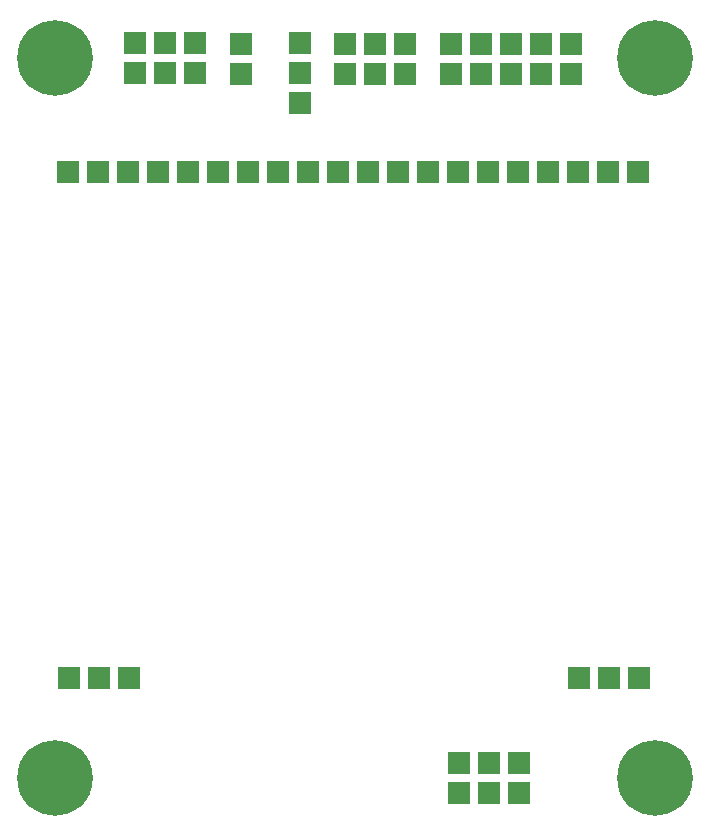
<source format=gbr>
%TF.GenerationSoftware,KiCad,Pcbnew,6.0.11+dfsg-1~bpo11+1*%
%TF.CreationDate,2023-06-14T18:53:05+00:00*%
%TF.ProjectId,OLED01,4f4c4544-3031-42e6-9b69-6361645f7063,rev?*%
%TF.SameCoordinates,PX72ba1e0PY737d6e0*%
%TF.FileFunction,Soldermask,Top*%
%TF.FilePolarity,Negative*%
%FSLAX46Y46*%
G04 Gerber Fmt 4.6, Leading zero omitted, Abs format (unit mm)*
G04 Created by KiCad (PCBNEW 6.0.11+dfsg-1~bpo11+1) date 2023-06-14 18:53:05*
%MOMM*%
%LPD*%
G01*
G04 APERTURE LIST*
G04 Aperture macros list*
%AMRoundRect*
0 Rectangle with rounded corners*
0 $1 Rounding radius*
0 $2 $3 $4 $5 $6 $7 $8 $9 X,Y pos of 4 corners*
0 Add a 4 corners polygon primitive as box body*
4,1,4,$2,$3,$4,$5,$6,$7,$8,$9,$2,$3,0*
0 Add four circle primitives for the rounded corners*
1,1,$1+$1,$2,$3*
1,1,$1+$1,$4,$5*
1,1,$1+$1,$6,$7*
1,1,$1+$1,$8,$9*
0 Add four rect primitives between the rounded corners*
20,1,$1+$1,$2,$3,$4,$5,0*
20,1,$1+$1,$4,$5,$6,$7,0*
20,1,$1+$1,$6,$7,$8,$9,0*
20,1,$1+$1,$8,$9,$2,$3,0*%
G04 Aperture macros list end*
%ADD10RoundRect,0.200000X0.762000X-0.762000X0.762000X0.762000X-0.762000X0.762000X-0.762000X-0.762000X0*%
%ADD11C,6.400000*%
%ADD12RoundRect,0.200000X0.762000X0.762000X-0.762000X0.762000X-0.762000X-0.762000X0.762000X-0.762000X0*%
%ADD13RoundRect,0.200000X-0.762000X0.762000X-0.762000X-0.762000X0.762000X-0.762000X0.762000X0.762000X0*%
G04 APERTURE END LIST*
D10*
%TO.C,J1*%
X34260000Y-1270000D03*
X34260000Y1270000D03*
X36800000Y-1270000D03*
X36800000Y1270000D03*
X39340000Y-1270000D03*
X39340000Y1270000D03*
%TD*%
D11*
%TO.C,H3*%
X50800000Y0D03*
%TD*%
%TO.C,H4*%
X0Y0D03*
%TD*%
D10*
%TO.C,J6*%
X33520000Y59630000D03*
X33520000Y62170000D03*
X36060000Y59630000D03*
X36060000Y62170000D03*
X38600000Y59630000D03*
X38600000Y62170000D03*
X41140000Y59630000D03*
X41140000Y62170000D03*
X43680000Y59630000D03*
X43680000Y62170000D03*
%TD*%
D12*
%TO.C,J5*%
X20750000Y57210000D03*
X20750000Y59750000D03*
X20750000Y62290000D03*
%TD*%
D13*
%TO.C,J4*%
X11890000Y62220000D03*
X11890000Y59680000D03*
X9350000Y62220000D03*
X9350000Y59680000D03*
X6810000Y62220000D03*
X6810000Y59680000D03*
%TD*%
D11*
%TO.C,H1*%
X0Y61000000D03*
%TD*%
%TO.C,H2*%
X50800000Y61000000D03*
%TD*%
D10*
%TO.C,DISP1*%
X1170000Y8500000D03*
X3710000Y8500000D03*
X6250000Y8500000D03*
X44350000Y8500000D03*
X46890000Y8500000D03*
X49430000Y8500000D03*
X49420000Y51300000D03*
X46880000Y51300000D03*
X44340000Y51300000D03*
X41800000Y51300000D03*
X39260000Y51300000D03*
X36720000Y51300000D03*
X34180000Y51300000D03*
X31640000Y51300000D03*
X29100000Y51300000D03*
X26560000Y51300000D03*
X24020000Y51300000D03*
X21480000Y51300000D03*
X18940000Y51300000D03*
X16400000Y51300000D03*
X13860000Y51300000D03*
X11320000Y51300000D03*
X8780000Y51300000D03*
X6240000Y51300000D03*
X3700000Y51300000D03*
X1160000Y51300000D03*
%TD*%
D13*
%TO.C,J2*%
X29696666Y62170000D03*
X29696666Y59630000D03*
X27156666Y62170000D03*
X27156666Y59630000D03*
X24616666Y62170000D03*
X24616666Y59630000D03*
%TD*%
D10*
%TO.C,J3*%
X15750000Y59630000D03*
X15750000Y62170000D03*
%TD*%
M02*

</source>
